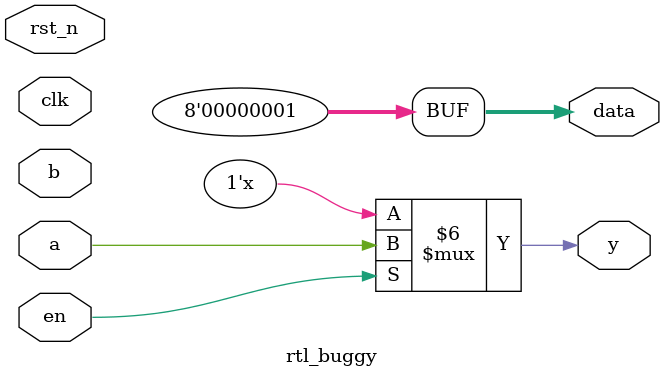
<source format=v>
`timescale 1ns / 1ps


module rtl_buggy(
    input        clk,
    input        rst_n,
    input        en,
    input        a,
    input        b,
    output reg   y,
    output reg [7:0] data
);

wire unused_signal;              // UNUSED SIGNAL

// LATCH INFERENCE
always @(*) begin
    if (en)
        y = a;
end

// WIDTH MISMATCH
always @(*) begin
    data = 1'b1;
end

// MULTIPLE DRIVERS
always @(posedge clk)
    data <= {7'b0, a};

always @(posedge clk)
    data <= {7'b0, b};
endmodule

</source>
